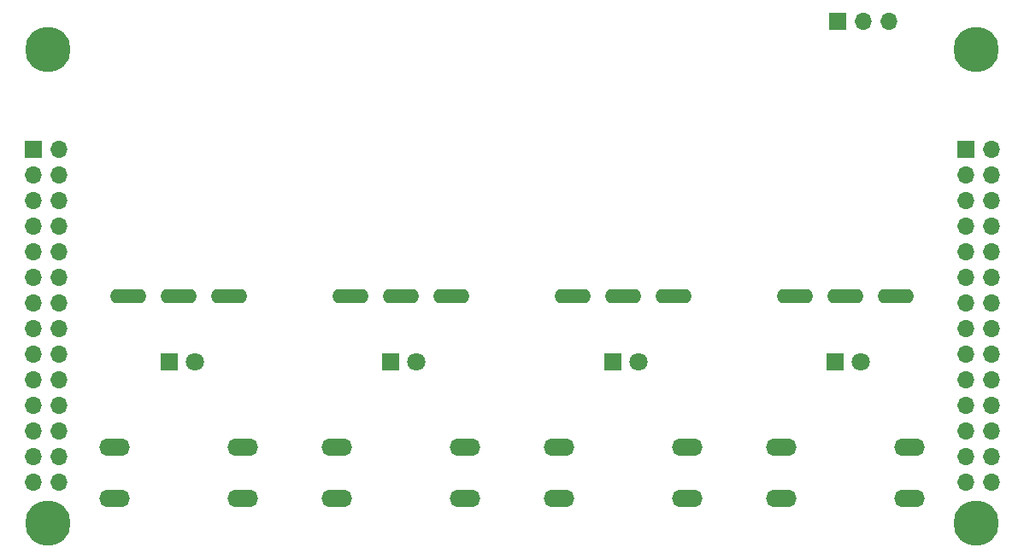
<source format=gts>
G04 #@! TF.FileFunction,Soldermask,Top*
%FSLAX46Y46*%
G04 Gerber Fmt 4.6, Leading zero omitted, Abs format (unit mm)*
G04 Created by KiCad (PCBNEW 4.0.2-stable) date 2017/01/23 23:07:35*
%MOMM*%
G01*
G04 APERTURE LIST*
%ADD10C,0.100000*%
%ADD11R,1.800000X1.800000*%
%ADD12C,1.800000*%
%ADD13C,4.500000*%
%ADD14R,1.700000X1.700000*%
%ADD15O,1.700000X1.700000*%
%ADD16O,3.048000X1.727200*%
%ADD17O,3.600000X1.400000*%
G04 APERTURE END LIST*
D10*
D11*
X103000000Y-84000000D03*
D12*
X105540000Y-84000000D03*
D11*
X125000000Y-84000000D03*
D12*
X127540000Y-84000000D03*
D11*
X147000000Y-84000000D03*
D12*
X149540000Y-84000000D03*
D11*
X169000000Y-84000000D03*
D12*
X171540000Y-84000000D03*
D13*
X183000000Y-53000000D03*
X183000000Y-100000000D03*
D14*
X169220000Y-50270000D03*
D15*
X171760000Y-50270000D03*
X174300000Y-50270000D03*
D13*
X91000000Y-53000000D03*
X91000000Y-100000000D03*
D16*
X176350000Y-92460000D03*
X176350000Y-97540000D03*
X163650000Y-92460000D03*
X163650000Y-97540000D03*
X154350000Y-92460000D03*
X154350000Y-97540000D03*
X141650000Y-92460000D03*
X141650000Y-97540000D03*
X132350000Y-92460000D03*
X132350000Y-97540000D03*
X119650000Y-92460000D03*
X119650000Y-97540000D03*
X110350000Y-92460000D03*
X110350000Y-97540000D03*
X97650000Y-92460000D03*
X97650000Y-97540000D03*
D17*
X165000000Y-77500000D03*
X170000000Y-77500000D03*
X175000000Y-77500000D03*
X143000000Y-77500000D03*
X148000000Y-77500000D03*
X153000000Y-77500000D03*
X121000000Y-77500000D03*
X126000000Y-77500000D03*
X131000000Y-77500000D03*
X99000000Y-77500000D03*
X104000000Y-77500000D03*
X109000000Y-77500000D03*
D14*
X181920000Y-62970000D03*
D15*
X184460000Y-62970000D03*
X181920000Y-65510000D03*
X184460000Y-65510000D03*
X181920000Y-68050000D03*
X184460000Y-68050000D03*
X181920000Y-70590000D03*
X184460000Y-70590000D03*
X181920000Y-73130000D03*
X184460000Y-73130000D03*
X181920000Y-75670000D03*
X184460000Y-75670000D03*
X181920000Y-78210000D03*
X184460000Y-78210000D03*
X181920000Y-80750000D03*
X184460000Y-80750000D03*
X181920000Y-83290000D03*
X184460000Y-83290000D03*
X181920000Y-85830000D03*
X184460000Y-85830000D03*
X181920000Y-88370000D03*
X184460000Y-88370000D03*
X181920000Y-90910000D03*
X184460000Y-90910000D03*
X181920000Y-93450000D03*
X184460000Y-93450000D03*
X181920000Y-95990000D03*
X184460000Y-95990000D03*
D14*
X89540000Y-62970000D03*
D15*
X92080000Y-62970000D03*
X89540000Y-65510000D03*
X92080000Y-65510000D03*
X89540000Y-68050000D03*
X92080000Y-68050000D03*
X89540000Y-70590000D03*
X92080000Y-70590000D03*
X89540000Y-73130000D03*
X92080000Y-73130000D03*
X89540000Y-75670000D03*
X92080000Y-75670000D03*
X89540000Y-78210000D03*
X92080000Y-78210000D03*
X89540000Y-80750000D03*
X92080000Y-80750000D03*
X89540000Y-83290000D03*
X92080000Y-83290000D03*
X89540000Y-85830000D03*
X92080000Y-85830000D03*
X89540000Y-88370000D03*
X92080000Y-88370000D03*
X89540000Y-90910000D03*
X92080000Y-90910000D03*
X89540000Y-93450000D03*
X92080000Y-93450000D03*
X89540000Y-95990000D03*
X92080000Y-95990000D03*
M02*

</source>
